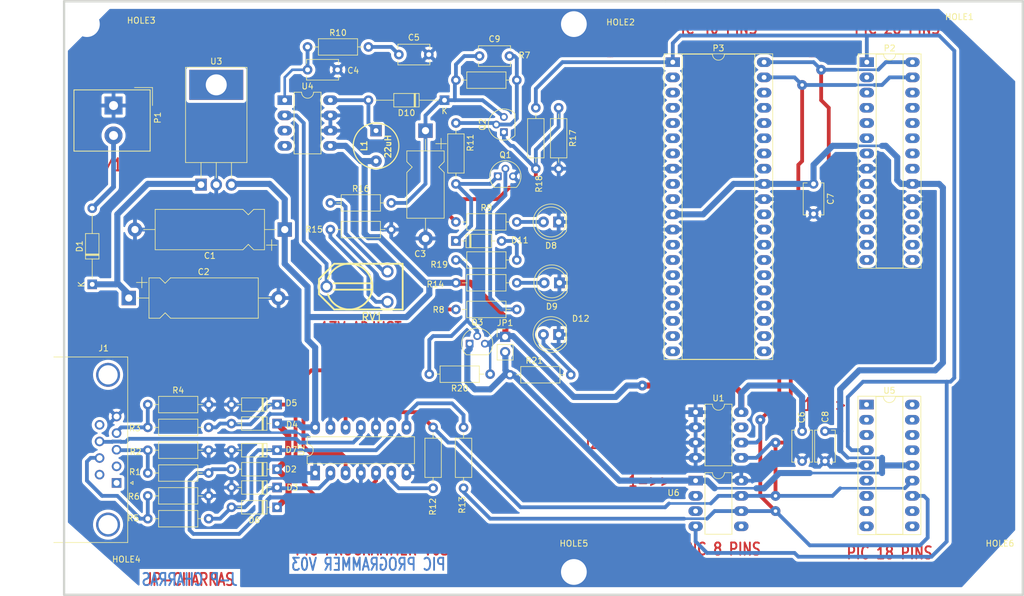
<source format=kicad_pcb>
(kicad_pcb (version 20240108) (generator "pcbnew") (generator_version "8.0")
  (title_block (title "SERIAL PIC PROGRAMMER"))
  (layers (0 "F.Cu" signal "top_copper") (31 "B.Cu" signal "bottom_copper") (34 "B.Paste" user) (35 "F.Paste" user) (36 "B.SilkS" user "B.Silkscreen") (37 "F.SilkS" user "F.Silkscreen") (38 "B.Mask" user) (39 "F.Mask" user) (44 "Edge.Cuts" user))
  (net 0 "")
  (net 1 "Net-(D1-K)")
  (net 2 "Net-(U4-Vc)")
  (net 3 "GND")
  (net 4 "VCC")
  (net 5 "VPP")
  (net 6 "VCC_PIC")
  (net 7 "Net-(Q2-B)")
  (net 8 "/pic_programmer/PC-CLOCK-OUT")
  (net 9 "VPP-MCLR")
  (net 10 "CLOCK-RB6")
  (net 11 "DATA-RB7")
  (net 12 "Net-(D1-A)")
  (net 13 "Net-(D2-A)")
  (net 14 "Net-(C5-Pad1)")
  (net 15 "Net-(D4-A)")
  (net 16 "Net-(D6-A)")
  (net 17 "Net-(D8-A)")
  (net 18 "Net-(D9-A)")
  (net 19 "Net-(D10-A)")
  (net 20 "Net-(D11-K)")
  (net 21 "Net-(D11-A)")
  (net 22 "Net-(D12-A)")
  (net 25 "Net-(R8-Pad1)")
  (net 26 "Net-(R12-Pad1)")
  (net 27 "Net-(R13-Pad1)")
  (net 28 "Net-(R15-Pad1)")
  (net 29 "Net-(R16-Pad1)")
  (net 30 "Net-(Q1-B)")
  (net 31 "Net-(Q2-C)")
  (net 32 "/pic_programmer/VPP_ON")
  (net 33 "/pic_programmer/PC-DATA-OUT")
  (net 34 "/pic_programmer/PC-DATA-IN")
  (net 37 "Net-(Q3-B)")
  (net 38 "Net-(U4-FB+)")
  (footprint "Package_DIP:DIP-40_W15.24mm_Socket_LongPads" (layer "F.Cu") (at 175.26 50.8)
    (property "Reference" "P3")
    (property "Value" "SUPP40")
  )
  (footprint "pic_programmer_fp:MountingHole_4.3mm_M4_DIN965" (layer "F.Cu") (at 229.87 44.45)
    (property "Reference" "HOLE1")
    (property "Value" "P***")
  )
  (footprint "pic_programmer_fp:MountingHole_4.3mm_M4_DIN965" (layer "F.Cu") (at 229.87 135.89)
    (property "Reference" "HOLE6")
    (property "Value" "P***")
  )
  (footprint "pic_programmer_fp:MountingHole_4.3mm_M4_DIN965" (layer "F.Cu") (at 77.47 44.45)
    (property "Reference" "HOLE3")
    (property "Value" "P***")
  )
  (footprint "pic_programmer_fp:MountingHole_4.3mm_M4_DIN965" (layer "F.Cu") (at 77.47 135.89)
    (property "Reference" "HOLE4")
    (property "Value" "P***")
  )
  (footprint "pic_programmer_fp:MountingHole_4.3mm_M4_DIN965" (layer "F.Cu") (at 158.75 135.89)
    (property "Reference" "HOLE5")
    (property "Value" "P***")
  )
  (footprint "pic_programmer_fp:MountingHole_4.3mm_M4_DIN965" (layer "F.Cu") (at 158.75 44.45)
    (property "Reference" "HOLE2")
    (property "Value" "P***")
  )
  (footprint "Package_DIP:DIP-28_W7.62mm_Socket_LongPads" (layer "F.Cu") (at 207.645 50.8)
    (property "Reference" "P2")
    (property "Value" "SUPP28")
  )
  (footprint "Capacitor_THT:CP_Axial_L18.0mm_D6.5mm_P25.00mm_Horizontal" (layer "F.Cu") (at 110.49 78.74 180)
    (property "Reference" "C1")
    (property "Value" "100uF")
  )
  (footprint "Capacitor_THT:CP_Axial_L18.0mm_D6.5mm_P25.00mm_Horizontal" (layer "F.Cu") (at 84.455 90.17)
    (property "Reference" "C2")
    (property "Value" "220uF")
  )
  (footprint "Capacitor_THT:CP_Axial_L11.0mm_D6.0mm_P18.00mm_Horizontal" (layer "F.Cu") (at 133.985 62.23 -90)
    (property "Reference" "C3")
    (property "Value" "22uF/25V")
  )
  (footprint "Capacitor_THT:C_Disc_D5.1mm_W3.2mm_P5.00mm" (layer "F.Cu") (at 114.3 52.07)
    (property "Reference" "C4")
    (property "Value" "0")
  )
  (footprint "Capacitor_THT:C_Disc_D5.1mm_W3.2mm_P5.00mm" (layer "F.Cu") (at 129.54 49.53)
    (property "Reference" "C5")
    (property "Value" "10nF")
  )
  (footprint "Capacitor_THT:C_Disc_D5.1mm_W3.2mm_P5.00mm" (layer "F.Cu") (at 196.85 112.395 -90)
    (property "Reference" "C6")
    (property "Value" "100nF")
  )
  (footprint "Capacitor_THT:C_Disc_D5.1mm_W3.2mm_P5.00mm" (layer "F.Cu") (at 198.755 71.12 -90)
    (property "Reference" "C7")
    (property "Value" "100nF")
  )
  (footprint "Capacitor_THT:C_Disc_D5.1mm_W3.2mm_P5.00mm" (layer "F.Cu") (at 200.66 112.395 -90)
    (property "Reference" "C8")
    (property "Value" "100nF")
  )
  (footprint "Capacitor_THT:C_Disc_D5.1mm_W3.2mm_P5.00mm" (layer "F.Cu") (at 143.002 49.784)
    (property "Reference" "C9")
    (property "Value" "22OnF")
  )
  (footprint "Diode_THT:D_DO-35_SOD27_P12.70mm_Horizontal" (layer "F.Cu") (at 78.359 87.884 90)
    (property "Reference" "D1")
    (property "Value" "1N4004")
  )
  (footprint "pic_programmer_fp:D_DO-35_SOD27_P7.62mm_Horizontal" (layer "F.Cu") (at 109.22 118.745 180)
    (property "Reference" "D2")
    (property "Value" "BAT43")
  )
  (footprint "pic_programmer_fp:D_DO-35_SOD27_P7.62mm_Horizontal" (layer "F.Cu") (at 109.22 121.793 180)
    (property "Reference" "D3")
    (property "Value" "BAT43")
  )
  (footprint "pic_programmer_fp:D_DO-35_SOD27_P7.62mm_Horizontal" (layer "F.Cu") (at 109.22 111.125 180)
    (property "Reference" "D4")
    (property "Value" "BAT43")
  )
  (footprint "pic_programmer_fp:D_DO-35_SOD27_P7.62mm_Horizontal" (layer "F.Cu") (at 109.22 107.95 180)
    (property "Reference" "D5")
    (property "Value" "BAT43")
  )
  (footprint "pic_programmer_fp:D_DO-35_SOD27_P7.62mm_Horizontal" (layer "F.Cu") (at 109.22 125.095 180)
    (property "Reference" "D6")
    (property "Value" "BAT43")
  )
  (footprint "pic_programmer_fp:D_DO-35_SOD27_P7.62mm_Horizontal" (layer "F.Cu") (at 109.22 115.57 180)
    (property "Reference" "D7")
    (property "Value" "BAT43")
  )
  (footprint "LED_THT:LED_D5.0mm" (layer "F.Cu") (at 156.21 77.47 180)
    (property "Reference" "D8")
    (property "Value" "RED-LED")
  )
  (footprint "LED_THT:LED_D5.0mm" (layer "F.Cu") (at 156.337 87.63 180)
    (property "Reference" "D9")
    (property "Value" "GREEN-LED")
  )
  (footprint "Diode_THT:D_DO-35_SOD27_P12.70mm_Horizontal" (layer "F.Cu") (at 137.16 57.15 180)
    (property "Reference" "D10")
    (property "Value" "SCHOTTKY")
  )
  (footprint "pic_programmer_fp:D_DO-35_SOD27_P7.62mm_Horizontal" (layer "F.Cu") (at 139.065 80.645)
    (property "Reference" "D11")
    (property "Value" "BAT43")
  )
  (footprint "LED_THT:LED_D5.0mm" (layer "F.Cu") (at 156.21 96.266 180)
    (property "Reference" "D12")
    (property "Value" "YELLOW-LED")
  )
  (footprint "Connector_Dsub:DSUB-9_Female_Horizontal_P2.77x2.84mm_EdgePinOffset7.70mm_Housed_MountingHolesOffset9.12mm" (layer "F.Cu") (at 82.423 121.031 -90)
    (property "Reference" "J1")
    (property "Value" "DB9-FEMAL")
  )
  (footprint "Connector_PinHeader_2.54mm:PinHeader_1x02_P2.54mm_Vertical" (layer "F.Cu") (at 147.275 96.65)
    (property "Reference" "JP1")
    (property "Value" "JUMPER")
  )
  (footprint "pic_programmer_fp:INDUCTOR_V" (layer "F.Cu") (at 125.73 64.77 -90)
    (property "Reference" "L1")
    (property "Value" "22uH")
  )
  (footprint "TerminalBlock_Altech:Altech_AK300_1x02_P5.00mm_45-Degree" (layer "F.Cu") (at 81.915 58.039 -90)
    (property "Reference" "P1")
    (property "Value" "CONN_2")
  )
  (footprint "pic_programmer_fp:TO-92" (layer "F.Cu") (at 146.05 69.85)
    (property "Reference" "Q1")
    (property "Value" "BC237")
  )
  (footprint "pic_programmer_fp:TO-92" (layer "F.Cu") (at 147.066 62.484 90)
    (property "Reference" "Q2")
    (property "Value" "BC307")
  )
  (footprint "pic_programmer_fp:TO-92" (layer "F.Cu") (at 141.351 97.79)
    (property "Reference" "Q3")
    (property "Value" "BC307")
  )
  (footprint "pic_programmer_fp:R_Axial_DIN0207_L6.3mm_D2.5mm_P10.16mm_Horizontal" (layer "F.Cu") (at 87.63 115.57)
    (property "Reference" "R2")
    (property "Value" "10K")
  )
  (footprint "pic_programmer_fp:R_Axial_DIN0207_L6.3mm_D2.5mm_P10.16mm_Horizontal" (layer "F.Cu") (at 87.63 111.76)
    (property "Reference" "R3")
    (property "Value" "10K")
  )
  (footprint "pic_programmer_fp:R_Axial_DIN0207_L6.3mm_D2.5mm_P10.16mm_Horizontal" (layer "F.Cu") (at 87.63 107.95)
    (property "Reference" "R4")
    (property "Value" "10K")
  )
  (footprint "pic_programmer_fp:R_Axial_DIN0207_L6.3mm_D2.5mm_P10.16mm_Horizontal" (layer "F.Cu") (at 87.63 127)
    (property "Reference" "R5")
    (property "Value" "10K")
  )
  (footprint "pic_programmer_fp:R_Axial_DIN0207_L6.3mm_D2.5mm_P10.16mm_Horizontal" (layer "F.Cu") (at 87.63 123.19)
    (property "Reference" "R6")
    (property "Value" "10K")
  )
  (footprint "pic_programmer_fp:R_Axial_DIN0207_L6.3mm_D2.5mm_P10.16mm_Horizontal" (layer "F.Cu") (at 139.065 53.7972)
    (property "Reference" "R7")
    (property "Value" "10K")
  )
  (footprint "pic_programmer_fp:R_Axial_DIN0207_L6.3mm_D2.5mm_P10.16mm_Horizontal" (layer "F.Cu") (at 139.065 92.075)
    (property "Reference" "R8")
    (property "Value" "1K")
  )
  (footprint "pic_programmer_fp:R_Axial_DIN0207_L6.3mm_D2.5mm_P10.16mm_Horizontal" (layer "F.Cu") (at 139.065 77.47)
    (property "Reference" "R9")
    (property "Value" "2.2K")
  )
  (footprint "pic_programmer_fp:R_Axial_DIN0207_L6.3mm_D2.5mm_P10.16mm_Horizontal" (layer "F.Cu") (at 114.3 48.26)
    (property "Reference" "R10")
    (property "Value" "5.1K")
  )
  (footprint "pic_programmer_fp:R_Axial_DIN0207_L6.3mm_D2.5mm_P10.16mm_Horizontal" (layer "F.Cu") (at 139.065 71.12 90)
    (property "Reference" "R11")
    (property "Value" "22K")
  )
  (footprint "pic_programmer_fp:R_Axial_DIN0207_L6.3mm_D2.5mm_P10.16mm_Horizontal" (layer "F.Cu") (at 135.255 121.92 90)
    (property "Reference" "R12")
    (property "Value" "470")
  )
  (footprint "pic_programmer_fp:R_Axial_DIN0207_L6.3mm_D2.5mm_P10.16mm_Horizontal" (layer "F.Cu") (at 140.335 111.76 -90)
    (property "Reference" "R13")
    (property "Value" "470")
  )
  (footprint "pic_programmer_fp:R_Axial_DIN0207_L6.3mm_D2.5mm_P10.16mm_Horizontal" (layer "F.Cu") (at 139.065 87.63)
    (property "Reference" "R14")
    (property "Value" "470")
  )
  (footprint "pic_programmer_fp:R_Axial_DIN0207_L6.3mm_D2.5mm_P10.16mm_Horizontal" (layer "F.Cu") (at 118.11 78.74)
    (property "Reference" "R15")
    (property "Value" "6.2K")
  )
  (footprint "pic_programmer_fp:R_Axial_DIN0207_L6.3mm_D2.5mm_P10.16mm_Horizontal" (layer "F.Cu") (at 156.21 58.42 -90)
    (property "Reference" "R17")
    (property "Value" "22K")
  )
  (footprint "pic_programmer_fp:R_Axial_DIN0207_L6.3mm_D2.5mm_P10.16mm_Horizontal" (layer "F.Cu") (at 152.4 68.58 90)
    (property "Reference" "R18")
    (property "Value" "220")
  )
  (footprint "pic_programmer_fp:R_Axial_DIN0207_L6.3mm_D2.5mm_P10.16mm_Horizontal" (layer "F.Cu") (at 149.225 83.82 180)
    (property "Reference" "R19")
    (property "Value" "2.2K")
  )
  (footprint "pic_programmer_fp:R_Axial_DIN0207_L6.3mm_D2.5mm_P10.16mm_Horizontal" (layer "F.Cu") (at 148.075 102.975)
    (property "Reference" "R21")
    (property "Value" "470")
  )
  (footprint "pic_programmer_fp:RV2X4" (layer "F.Cu") (at 127.635 90.805 180)
    (property "Reference" "RV1")
    (property "Value" "1K")
  )
  (footprint "Package_DIP:DIP-8_W7.62mm_LongPads" (layer "F.Cu") (at 179.07 109.22)
    (property "Reference" "U1")
    (property "Value" "24Cxx")
  )
  (footprint "Package_DIP:DIP-14_W7.62mm_LongPads" (layer "F.Cu") (at 115.57 119.38 90)
    (property "Reference" "U2")
    (property "Value" "74HC125")
  )
  (footprint "pic_programmer_fp:TO-220-3_Horizontal_TabDown" (layer "F.Cu") (at 96.52 71.247)
    (property "Reference" "U3")
    (property "Value" "7805")
  )
  (footprint "Package_DIP:DIP-8_W7.62mm_LongPads" (layer "F.Cu") (at 110.49 57.15)
    (property "Reference" "U4")
    (property "Value" "LT1373")
  )
  (footprint "Package_DIP:DIP-18_W7.62mm_Socket_LongPads" (layer "F.Cu") (at 207.6 107.95)
    (property "Reference" "U5")
    (property "Value" "PIC_18_PINS")
  )
  (footprint "Package_DIP:DIP-8_W7.62mm_LongPads" (layer "F.Cu") (at 179.07 120.65)
    (property "Reference" "U6")
    (property "Value" "PIC_8_PINS")
  )
  (footprint "pic_programmer_fp:R_Axial_DIN0207_L6.3mm_D2.5mm_P10.16mm_Horizontal" (layer "F.Cu") (at 87.63 119.38)
    (property "Reference" "R1")
    (property "Value" "10K")
  )
  (footprint "pic_programmer_fp:R_Axial_DIN0207_L6.3mm_D2.5mm_P10.16mm_Horizontal" (layer "F.Cu") (at 144.775 102.875 180)
    (property "Reference" "R20")
    (property "Value" "2.2K")
  )
  (footprint "pic_programmer_fp:R_Axial_DIN0207_L6.3mm_D2.5mm_P10.16mm_Horizontal" (layer "F.Cu") (at 118.11 74.295)
    (property "Reference" "R16")
    (property "Value" "62K")
  )
  (gr_line (start 173.99 40.64) (end 233.68 40.64) (stroke (width 0.381)) (layer "Edge.Cuts"))
  (gr_line (start 233.68 139.7) (end 73.66 139.7) (stroke (width 0.381)) (layer "Edge.Cuts"))
  (gr_line (start 73.66 40.64) (end 173.99 40.64) (stroke (width 0.381)) (layer "Edge.Cuts"))
  (gr_line (start 73.66 139.7) (end 73.66 40.64) (stroke (width 0.381)) (layer "Edge.Cuts"))
  (gr_line (start 233.68 40.64) (end 233.68 139.7) (stroke (width 0.381)) (layer "Edge.Cuts"))
  (gr_text "PIC 28 PINS" (at 212.725 45.085 0) (layer "F.Cu") (effects (font (size 2.032 1.524) (thickness 0.3048))))
  (gr_text "PIC 8 PINS" (at 183.515 132.08 0) (layer "F.Cu") (effects (font (size 2.032 1.524) (thickness 0.3048))))
  (gr_text "VCC ON" (at 163.322 96.901 0) (layer "F.Cu") (effects (font (size 2.032 1.524) (thickness 0.3048))))
  (gr_text "PIC PROGRAMMER V03" (at 125.095 132.08 0) (layer "F.Cu") (effects (font (size 2.032 1.524) (thickness 0.3048))))
  (gr_text "1=>>" (at 167.64 48.895 0) (layer "F.Cu") (effects (font (size 2.032 1.524) (thickness 0.3048))))
  (gr_text "PIC 40 PINS" (at 182.245 45.085 0) (layer "F.Cu") (effects (font (size 2.032 1.524) (thickness 0.3048))))
  (gr_text "1=>>" (at 171.45 109.22 0) (layer "F.Cu") (effects (font (size 2.032 1.524) (thickness 0.3048))))
  (gr_text "VPP ON" (at 163.449 76.835 0) (layer "F.Cu") (effects (font (size 2.032 1.524) (thickness 0.3048))))
  (gr_text "1=>>" (at 201.295 48.895 0) (layer "F.Cu") (effects (font (size 2.032 1.524) (thickness 0.3048))))
  (gr_text "JP-CHARRAS" (at 94.615 137.16 0) (layer "F.Cu") (effects (font (size 2.032 1.524) (thickness 0.3048))))
  (gr_text "I2C PROM" (at 166.37 114.3 0) (layer "F.Cu") (effects (font (size 2.032 1.524) (thickness 0.3048))))
  (gr_text "+8/12V" (at 81.534 67.945 0) (layer "F.Cu") (effects (font (size 2.032 1.524) (thickness 0.3048))))
  (gr_text "PIC 18 PINS" (at 211.455 132.715 0) (layer "F.Cu") (effects (font (size 2.032 1.524) (thickness 0.3048))))
  (gr_text "PWR ON" (at 163.449 88.011 0) (layer "F.Cu") (effects (font (size 2.032 1.524) (thickness 0.3048))))
  (gr_text "13V ADJUST" (at 123.19 95.25 0) (layer "F.Cu") (effects (font (size 2.032 1.524) (thickness 0.3048))))
  (gr_text "1=>>" (at 171.45 120.65 0) (layer "F.Cu") (effects (font (size 2.032 1.524) (thickness 0.3048))))
  (gr_text "1=>>" (at 200.66 107.95 0) (layer "F.Cu") (effects (font (size 2.032 1.524) (thickness 0.3048))))
  (gr_text "PIC PROGRAMMER V03" (at 124.46 134.62 0) (layer "B.Cu") (effects (font (size 2.032 1.524) (thickness 0.3048)) (justify mirror)))
  (gr_text "J-P CHARRAS" (at 94.615 137.16 0) (layer "B.Cu") (effects (font (size 2.032 1.524) (thickness 0.3048)) (justify mirror)))
  (segment (start 82.55 76.2) (end 87.63 71.12) (width 1.016) (layer "B.Cu") (net 1))
  (segment (start 82.296 87.884) (end 78.359 87.884) (width 1.016) (layer "B.Cu") (net 1))
  (segment (start 82.55 87.63) (end 82.55 76.2) (width 1.016) (layer "B.Cu") (net 1))
  (segment (start 84.455 89.535) (end 82.55 87.63) (width 1.016) (layer "B.Cu") (net 1))
  (segment (start 87.63 71.12) (end 96.52 71.12) (width 1.016) (layer "B.Cu") (net 1))
  (segment (start 82.55 87.63) (end 82.296 87.884) (width 1.016) (layer "B.Cu") (net 1))
  (segment (start 84.455 90.17) (end 84.455 89.535) (width 1.016) (layer "B.Cu") (net 1))
  (segment (start 114.3 48.26) (end 114.3 52.07) (width 0.635) (layer "B.Cu") (net 2))
  (segment (start 110.49 57.15) (end 110.49 53.34) (width 0.4318) (layer "B.Cu") (net 2))
  (segment (start 111.76 52.07) (end 114.3 52.07) (width 0.4318) (layer "B.Cu") (net 2))
  (segment (start 110.49 53.34) (end 111.76 52.07) (width 0.4318) (layer "B.Cu") (net 2))
  (segment (start 111.0742 116.8908) (end 109.22 118.745) (width 1.016) (layer "F.Cu") (net 4))
  (segment (start 139.065 87.63) (end 141.478 87.63) (width 1.016) (layer "F.Cu") (net 4))
  (segment (start 141.478 87.63) (end 147.32 93.472) (width 1.016) (layer "F.Cu") (net 4))
  (segment (start 111.125 120.65) (end 111.125 123.19) (width 1.016) (layer "F.Cu") (net 4))
  (segment (start 185.42 104.775) (end 186.69 106.045) (width 1.016) (layer "F.Cu") (net 4))
  (segment (start 147.32 93.472) (end 147.32 96.52) (width 1.016) (layer "F.Cu") (net 4))
  (segment (start 111.0742 113.0808) (end 111.0742 116.8908) (width 1.016) (layer "F.Cu") (net 4))
  (segment (start 110.49 112.395) (end 110.49 112.4966) (width 1.016) (layer "F.Cu") (net 4))
  (segment (start 110.49 112.4966) (end 111.0742 113.0808) (width 1.016) (layer "F.Cu") (net 4))
  (segment (start 109.22 118.745) (end 111.125 120.65) (width 1.016) (layer "F.Cu") (net 4))
  (segment (start 186.69 106.045) (end 186.69 109.22) (width 1.016) (layer "F.Cu") (net 4))
  (segment (start 111.125 123.19) (end 109.855 124.46) (width 1.016) (layer "F.Cu") (net 4))
  (segment (start 170.18 104.775) (end 185.42 104.775) (width 1.016) (layer "F.Cu") (net 4))
  (segment (start 109.22 111.125) (end 110.49 112.395) (width 1.016) (layer "F.Cu") (net 4))
  (via (at 170.18 104.775) (size 1.651) (drill 0.6) (layers "F.Cu" "B.Cu") (net 4))
  (segment (start 123.19 67.31) (end 120.65 64.77) (width 1.016) (layer "B.Cu") (net 4))
  (segment (start 101.6 71.12) (end 107.95 71.12) (width 1.016) (layer "B.Cu") (net 4))
  (segment (start 134.62 89.535) (end 134.62 87.63) (width 1.016) (layer "B.Cu") (net 4))
  (segment (start 123.825 67.31) (end 123.19 67.31) (width 1.016) (layer "B.Cu") (net 4))
  (segment (start 147.32 96.52) (end 146.05 96.52) (width 1.016) (layer "B.Cu") (net 4))
  (segment (start 158.75 106.68) (end 165.735 106.68) (width 1.016) (layer "B.Cu") (net 4))
  (segment (start 126.365 80.01) (end 124.46 80.01) (width 1.016) (layer "B.Cu") (net 4))
  (segment (start 118.11 64.77) (end 120.65 64.77) (width 1.016) (layer "B.Cu") (net 4))
  (segment (start 114.3 93.345) (end 114.3 97.155) (width 1.016) (layer "B.Cu") (net 4))
  (segment (start 114.3 93.345) (end 130.81 93.345) (width 1.016) (layer "B.Cu") (net 4))
  (segment (start 114.3 97.155) (end 115.57 98.425) (width 1.016) (layer "B.Cu") (net 4))
  (segment (start 186.69 106.045) (end 187.96 104.775) (width 1.016) (layer "B.Cu") (net 4))
  (segment (start 115.57 98.425) (end 115.57 111.76) (width 1.016) (layer "B.Cu") (net 4))
  (segment (start 130.81 93.345) (end 134.62 89.535) (width 1.016) (layer "B.Cu") (net 4))
  (segment (start 165.735 106.68) (end 167.64 104.775) (width 1.016) (layer "B.Cu") (net 4))
  (segment (start 148.59 96.52) (end 158.75 106.68) (width 1.016) (layer "B.Cu") (net 4))
  (segment (start 124.46 80.01) (end 123.825 79.375) (width 1.016) (layer "B.Cu") (net 4))
  (segment (start 113.3856 111.76) (end 115.57 111.76) (width 1.016) (layer "B.Cu") (net 4))
  (segment (start 196.85 112.395) (end 196.85 106.68) (width 1.016) (layer "B.Cu") (net 4))
  (segment (start 134.62 87.63) (end 133.985 87.63) (width 1.016) (layer "B.Cu") (net 4))
  (segment (start 146.05 96.52) (end 144.78 97.79) (width 1.016) (layer "B.Cu") (net 4))
  (segment (start 144.78 97.79) (end 143.891 97.79) (width 1.016) (layer "B.Cu") (net 4))
  (segment (start 109.22 111.125) (end 112.7506 111.125) (width 1.016) (layer "B.Cu") (net 4))
  (segment (start 125.73 67.31) (end 123.825 67.31) (width 1.016) (layer "B.Cu") (net 4))
  (segment (start 167.64 104.775) (end 170.18 104.775) (width 1.016) (layer "B.Cu") (net 4))
  (segment (start 144.775 102.875) (end 144.78 102.87) (width 0.4) (layer "B.Cu") (net 4))
  (segment (start 139.065 87.63) (end 134.62 87.63) (width 1.016) (layer "B.Cu") (net 4))
  (segment (start 114.3 88.265) (end 114.3 93.345) (width 1.016) (layer "B.Cu") (net 4))
  (segment (start 110.49 73.66) (end 107.95 71.12) (width 1.016) (layer "B.Cu") (net 4))
  (segment (start 196.85 106.68) (end 194.945 104.775) (width 1.016) (layer "B.Cu") (net 4))
  (segment (start 144.78 102.87) (end 144.78 97.79) (width 0.4) (layer "B.Cu") (net 4))
  (segment (start 147.32 96.52) (end 148.59 96.52) (width 1.016) (layer "B.Cu") (net 4))
  (segment (start 186.69 109.22) (end 186.69 106.045) (width 1.016) (layer "B.Cu") (net 4))
  (segment (start 112.7506 111.125) (end 113.3856 111.76) (width 1.016) (layer "B.Cu") (net 4))
  (segment (start 133.985 87.63) (end 126.365 80.01) (width 1.016) (layer "B.Cu") (net 4))
  (segment (start 187.96 104.775) (end 194.945 104.775) (width 1.016) (layer "B.Cu") (net 4))
  (segment (start 123.825 79.375) (end 123.825 67.31) (width 1.016) (layer "B.Cu") (net 4))
  (segment (start 110.49 78.74) (end 110.49 73.66) (width 1.016) (layer "B.Cu") (net 4))
  (segment (start 110.49 84.455) (end 114.3 88.265) (width 1.016) (layer "B.Cu") (net 4))
  (segment (start 110.49 78.74) (end 110.49 84.455) (width 1.016) (layer "B.Cu") (net 4))
  (segment (start 138.8872 53.975) (end 139.065 53.7972) (width 0.635) (layer "B.Cu") (net 5))
  (segment (start 138.8872 57.15) (end 138.8872 53.975) (width 0.635) (layer "B.Cu") (net 5))
  (segment (start 137.16 57.15) (end 138.8872 57.15) (width 0.635) (layer "B.Cu") (net 5))
  (segment (start 130.81 74.295) (end 128.27 74.295) (width 0.635) (layer "B.Cu") (net 5))
  (segment (start 133.985 62.23) (end 133.985 71.12) (width 0.635) (layer "B.Cu") (net 5))
  (segment (start 138.8872 57.15) (end 143.51 57.15) (width 0.635) (layer "B.Cu") (net 5))
  (segment (start 133.985 62.23) (end 133.985 59.69) (width 0.635) (layer "B.Cu") (net 5))
  (segment (start 136.525 57.15) (end 137.16 57.15) (width 0.635) (layer "B.Cu") (net 5))
  (segment (start 133.985 71.12) (end 130.81 74.295) (width 0.635) (layer "B.Cu") (net 5))
  (segment (start 139.065 51.181) (end 140.462 49.784) (width 0.635) (layer "B.Cu") (net 5))
  (segment (start 139.065 53.7972) (end 139.065 51.181) (width 0.635) (layer "B.Cu") (net 5))
  (segment (start 143.51 57.15) (end 147.066 59.944) (width 0.635) (layer "B.Cu") (net 5))
  (segment (start 136.525 57.15) (end 133.985 59.69) (width 0.635) (layer "B.Cu") (net 5))
  (segment (start 140.462 49.784) (end 143.002 49.784) (width 0.635) (layer "B.Cu") (net 5))
  (segment (start 190.5 121.92) (end 193.04 119.38) (width 1.016) (layer "B.Cu") (net 6))
  (segment (start 204.47 116.84) (end 210.185 116.84) (width 0.4318) (layer "B.Cu") (net 6))
  (segment (start 179.07 120.65) (end 166.37 120.65) (width 1.016) (layer "B.Cu") (net 6))
  (segment (start 219.075 102.235) (end 220.345 100.965) (width 1.016) (layer "B.Cu") (net 6))
  (segment (start 147.32 102.22) (end 148.075 102.975) (width 1.016) (layer "B.Cu") (net 6))
  (segment (start 175.26 76.2) (end 180.34 76.2) (width 1.016) (layer "B.Cu") (net 6))
  (segment (start 140.97 104.14) (end 140.97 99.06) (width 1.016) (layer "B.Cu") (net 6))
  (segment (start 148.075 102.975) (end 147.215 102.975) (width 1.016) (layer "B.Cu") (net 6))
  (segment (start 166.37 120.65) (end 148.695 102.975) (width 1.016) (layer "B.Cu") (net 6))
  (segment (start 185.42 71.12) (end 190.5 71.12) (width 1.016) (layer "B.Cu") (net 6))
  (segment (start 210.185 119.38) (end 210.185 118.11) (width 1.016) (layer "B.Cu") (net 6))
  (segment (start 198.12 119.38) (end 210.185 119.38) (width 0.4318) (layer "B.Cu") (net 6))
  (segment (start 203.2 105.41) (end 203.2 112.395) (width 1.016) (layer "B.Cu") (net 6))
  (segment (start 140.97 99.06) (end 141.351 98.679) (width 1.016) (layer "B.Cu") (net 6))
  (segment (start 201.93 64.77) (end 205.74 64.77) (width 1.016) (layer "B.Cu") (net 6))
  (segment (start 179.07 120.65) (end 180.975 120.65) (width 1.016) (layer "B.Cu") (net 6))
  (segment (start 220.345 100.965) (end 220.345 71.755) (width 1.016) (layer "B.Cu") (net 6))
  (segment (start 212.725 70.485) (end 213.36 71.12) (width 1.016) (layer "B.Cu") (net 6))
  (segment (start 213.36 71.12) (end 215.265 71.12) (width 1.016) (layer "B.Cu") (net 6))
  (segment (start 189.23 121.92) (end 190.5 121.92) (width 1.016) (layer "B.Cu") (net 6))
  (segment (start 219.71 71.12) (end 215.265 71.12) (width 1.016) (layer "B.Cu") (net 6))
  (segment (start 203.2 112.395) (end 203.2 115.57) (width 1.016) (layer "B.Cu") (net 6))
  (segment (start 203.2 105.41) (end 206.375 102.235) (width 1.016) (layer "B.Cu") (net 6))
  (segment (start 142.24 105.41) (end 140.97 104.14) (width 1.016) (layer "B.Cu") (net 6))
  (segment (start 210.185 118.11) (end 210.185 116.84) (width 1.016) (layer "B.Cu") (net 6))
  (segment (start 141.351 98.679) (end 141.351 97.79) (width 1.016) (layer "B.Cu") (net 6))
  (segment (start 147.32 99.06) (end 147.32 102.22) (width 1.016) (layer "B.Cu") (net 6))
  (segment (start 200.66 112.395) (end 203.2 112.395) (width 1.016) (layer "B.Cu") (net 6))
  (segment (start 210.185 64.77) (end 210.82 64.77) (width 1.016) (layer "B.Cu") (net 6))
  (segment (start 210.82 64.77) (end 212.725 66.675) (width 1.016) (layer "B.Cu") (net 6))
  (segment (start 190.5 71.12) (end 198.755 71.12) (width 1.016) (layer "B.Cu") (net 6))
  (segment (start 198.755 71.12) (end 198.755 67.945) (width 1.016) (layer "B.Cu") (net 6))
  (segment (start 206.375 102.235) (end 219.075 102.235) (width 1.016) (layer "B.Cu") (net 6))
  (segment (start 198.755 67.945) (end 201.93 64.77) (width 1.016) (layer "B.Cu") (net 6))
  (segment (start 144.78 105.41) (end 142.24 105.41) (width 1.016) (layer "B.Cu") (net 6))
  (segment (start 147.215 102.975) (end 144.78 105.41) (width 1.016) (layer "B.Cu") (net 6))
  (segment (start 205.74 64.77) (end 210.185 64.77) (width 0.4318) (layer "B.Cu") (net 6))
  (segment (start 182.245 121.92) (end 189.23 121.92) (width 0.4318) (layer "B.Cu") (net 6))
  (segment (start 193.04 119.38) (end 198.12 119.38) (width 1.016) (layer "B.Cu") (net 6))
  (segment (start 203.2 115.57) (end 204.47 116.84) (width 0.635) (layer "B.Cu") (net 6))
  (segment (start 212.725 66.675) (end 212.725 70.485) (width 1.016) (layer "B.Cu") (net 6))
  (segment (start 220.345 71.755) (end 219.71 71.12) (width 1.016) (layer "B.Cu") (net 6))
  (segment (start 148.695 102.975) (end 148.075 102.975) (width 1.016) (layer "B.Cu") (net 6))
  (segment (start 210.185 118.11) (end 215.265 118.11) (width 1.016) (layer "B.Cu") (net 6))
  (segment (start 180.975 120.65) (end 182.245 121.92) (width 1.016) (layer "B.Cu") (net 6))
  (segment (start 180.34 76.2) (end 185.42 71.12) (width 1.016) (layer "B.Cu") (net 6))
  (segment (start 145.542 60.96) (end 145.796 61.214) (width 0.635) (layer "B.Cu") (net 7))
  (segment (start 149.225 60.198) (end 148.209 61.214) (width 0.635) (layer "B.Cu") (net 7))
  (segment (start 149.225 50.165) (end 149.225 60.198) (width 0.635) (layer "B.Cu") (net 7))
  (segment (start 139.065 60.96) (end 145.542 60.96) (width 0.635) (layer "B.Cu") (net 7))
  (segment (start 148.082 49.784) (end 148.844 49.784) (width 0.635) (layer "B.Cu") (net 7))
  (segment (start 148.209 61.214) (end 145.796 61.214) (width 0.635) (layer "B.Cu") (net 7))
  (segment (start 148.844 49.784) (end 149.225 50.165) (width 0.635) (layer "B.Cu") (net 7))
  (segment (start 82.55 123.19) (end 80.01 123.19) (width 0.635) (layer "B.Cu") (net 8))
  (segment (start 80.01 123.19) (end 77.47 120.65) (width 0.635) (layer "B.Cu") (net 8))
  (segment (start 77.47 117.475) (end 78.105 116.84) (width 0.635) (layer "B.Cu") (net 8))
  (segment (start 87.63 127) (end 87.63 123.19) (width 0.635) (layer "B.Cu") (net 8))
  (segment (start 78.105 116.84) (end 80.01 116.84) (width 0.635) (layer "B.Cu") (net 8))
  (segment (start 77.47 120.65) (end 77.47 117.475) (width 0.635) (layer "B.Cu") (net 8))
  (segment (start 87.63 127) (end 86.36 127) (width 0.635) (layer "B.Cu") (net 8))
  (segment (start 86.36 127) (end 82.55 123.19) (width 0.635) (layer "B.Cu") (net 8))
  (segment (start 218.44 133.35) (end 220.98 130.81) (width 0.635) (layer "B.Cu") (net 9))
  (segment (start 207.645 46.355) (end 176.53 46.355) (width 0.635) (layer "B.Cu") (net 9))
  (segment (start 222.25 48.895) (end 219.71 46.355) (width 0.635) (layer "B.Cu") (net 9))
  (segment (start 221.615 104.14) (end 220.98 104.14) (width 0.635) (layer "B.Cu") (net 9))
  (segment (start 207.645 50.8) (end 207.645 46.355) (width 0.635) (layer "B.Cu") (net 9))
  (segment (start 205.105 115.57) (end 204.47 114.935) (width 0.635) (layer "B.Cu") (net 9))
  (segment (start 207.645 115.57) (end 205.105 115.57) (width 0.635) (layer "B.Cu") (net 9))
  (segment (start 156.845 50.8) (end 152.4 55.245) (width 0.635) (layer "B.Cu") (net 9))
  (segment (start 179.07 130.81) (end 179.07 128.27) (width 0.635) (layer "B.Cu") (net 9))
  (segment (start 221.615 104.14) (end 222.25 103.505) (width 0.635) (layer "B.Cu") (net 9))
  (segment (start 222.25 48.895) (end 222.25 103.505) (width 0.635) (layer "B.Cu") (net 9))
  (segment (start 175.26 47.625) (end 176.53 46.355) (width 0.635) (layer "B.Cu") (net 9))
  (segment (start 175.26 50.8) (end 175.26 47.625) (width 0.635) (layer "B.Cu") (net 9))
  (segment (start 220.98 130.81) (end 220.98 104.14) (width 0.635) (layer "B.Cu") (net 9))
  (segment (start 195.58 132.715) (end 196.215 133.35) (width 0.635) (layer "B.Cu") (net 9))
  (segment (start 152.4 55.245) (end 152.4 58.42) (width 0.635) (layer "B.Cu") (net 9))
  (segment (start 179.07 130.81) (end 180.975 132.715) (width 0.635) (layer "B.Cu") (net 9))
  (segment (start 156.845 50.8) (end 175.26 50.8) (width 0.635) (layer "B.Cu") (net 9))
  (segment (start 204.47 114.935) (end 204.47 106.68) (width 0.635) (layer "B.Cu") (net 9))
  (segment (start 219.71 46.355) (end 207.645 46.355) (width 0.635) (layer "B.Cu") (net 9))
  (segment (start 204.47 106.68) (end 207.01 104.14) (width 0.635) (layer "B.Cu") (net 9))
  (segment (start 196.215 133.35) (end 218.44 133.35) (width 0.635) (layer "B.Cu") (net 9))
  (segment (start 195.58 132.715) (end 180.975 132.715) (width 0.635) (layer "B.Cu") (net 9))
  (segment (start 207.01 104.14) (end 220.98 104.14) (width 0.635) (layer "B.Cu") (net 9))
  (segment (start 196.215 67.945) (end 196.85 67.31) (width 0.635) (layer "F.Cu") (net 10))
  (segment (start 189.865 123.19) (end 192.405 125.73) (width 0.635) (layer "F.Cu") (net 10))
  (segment (start 189.865 110.49) (end 189.865 123.19) (width 0.635) (layer "F.Cu") (net 10))
  (segment (start 196.85 67.31) (end 196.85 54.61) (width 0.635) (layer "F.Cu") (net 10))
  (segment (start 193.04 107.315) (end 193.04 75.565) (width 0.635) (layer "F.Cu") (net 10))
  (segment (start 196.215 72.39) (end 196.215 67.945) (width 0.635) (layer "F.Cu") (net 10))
  (segment (start 193.04 107.315) (end 189.865 110.49) (width 0.635) (layer "F.Cu") (net 10))
  (segment (start 193.04 75.565) (end 196.215 72.39) (width 0.635) (layer "F.Cu") (net 10))
  (via (at 189.865 110.49) (size 1.651) (drill 0.6) (layers "F.Cu" "B.Cu") (net 10))
  (via (at 192.405 125.73) (size 1.651) (drill 0.6) (layers "F.Cu" "B.Cu") (net 10))
  (via (at 196.85 54.61) (size 1.651) (drill 0.6) (layers "F.Cu" "B.Cu") (net 10))
  (segment (start 190.5 53.34) (end 195.58 53.34) (width 0.635) (layer "B.Cu") (net 10))
  (segment (start 217.17 123.19) (end 215.265 123.19) (width 0.635) (layer "B.Cu") (net 10))
  (segment (start 144.78 127) (end 177.165 127) (width 0.635) (layer "B.Cu") (net 10))
  (segment (start 177.165 127) (end 180.975 127) (width 0.4318) (layer "B.Cu") (net 10))
  (segment (start 182.245 125.73) (end 180.975 127) (width 0.635) (layer "B.Cu") (net 10))
  (segment (start 216.535 131.445) (end 217.805 130.175) (width 0.635) (layer "B.Cu") (net 10))
  (segment (start 182.245 125.73) (end 186.69 125.73) (width 0.635) (layer "B.Cu") (net 10))
  (segment (start 189.865 113.665) (end 189.23 114.3) (width 0.635) (layer "B.Cu") (net 10))
  (segment (start 211.455 53.34) (end 210.185 54.61) (width 0.635) (layer "B.Cu") (net 10))
  (segment (start 198.12 131.445) (end 216.535 131.445) (width 0.635) (layer "B.Cu") (net 10))
  (segment (start 205.74 54.61) (end 208.915 54.61) (width 0.4318) (layer "B.Cu") (net 10))
  (segment (start 196.85 54.61) (end 205.74 54.61) (width 0.635) (layer "B.Cu") (net 10))
  (segment (start 217.805 130.175) (end 217.805 123.825) (width 0.635) (layer "B.Cu") (net 10))
  (segment (start 210.185 54.61) (end 208.915 54.61) (width 0.635) (layer "B.Cu") (net 10))
  (segment (start 189.23 114.3) (end 186.69 114.3) (width 0.635) (layer "B.Cu") (net 10))
  (segment (start 211.455 53.34) (end 215.265 53.34) (width 0.635) (layer "B.Cu") (net 10))
  (segment (start 189.865 110.49) (end 189.865 113.665) (width 0.635) (layer "B.Cu") (net 10))
  (segment (start 140.335 122.555) (end 144.78 127) (width 0.635) (layer "B.Cu") (net 10))
  (segment (start 192.405 125.73) (end 198.12 131.445) (width 0.635) (layer "B.Cu") (net 10))
  (segment (start 195.58 53.34) (end 196.85 54.61) (width 0.635) (layer "B.Cu") (net 10))
  (segment (start 140.335 121.92) (end 140.335 122.555) (width 0.635) (layer "B.Cu") (net 10))
  (segment (start 186.69 125.73) (end 192.405 125.73) (width 0.635) (layer "B.Cu") (net 10))
  (segment (start 217.805 123.825) (end 217.17 123.19) (width 0.635) (layer "B.Cu") (net 10))
  (segment (start 120.65 109.855) (end 121.285 109.22) (width 0.635) (layer "F.Cu") (net 11))
  (segment (start 120.65 111.76) (end 120.65 109.855) (width 0.635) (layer "F.Cu") (net 11))
  (segment (start 201.295 85.09) (end 194.945 91.44) (width 0.635) (layer "F.Cu") (net 11))
  (segment (start 121.285 109.22) (end 132.715 109.22) (width 0.635) (layer "F.Cu") (net 11))
  (segment (start 192.405 114.3) (end 192.405 123.19) (width 0.635) (layer "F.Cu") (net 11))
  (segment (start 194.31 114.3) (end 192.405 114.3) (width 0.635) (layer "F.Cu") (net 11))
  (segment (start 194.945 113.665) (end 194.31 114.3) (width 0.635) (layer "F.Cu") (net 11))
  (segment (start 200.025 57.15) (end 200.025 52.07) (width 0.635) (layer "F.Cu") (net 11))
  (segment (start 200.025 57.15) (end 201.295 58.42) (width 0.635) (layer "F.Cu") (net 11))
  (segment (start 194.945 91.44) (end 194.945 113.665) (width 0.635) (layer "F.Cu") (net 11))
  (segment (start 201.295 58.42) (end 201.295 85.09) (width 0.635) (layer "F.Cu") (net 11))
  (segment (start 132.715 109.22) (end 135.255 111.76) (width 0.635) (layer "F.Cu") (net 11))
  (via (at 192.405 114.3) (size 1.651) (drill 0.6) (layers "F.Cu" "B.Cu") (net 11))
  (via (at 192.405 123.19) (size 1.651) (drill 0.6) (layers "F.Cu" "B.Cu") (net 11))
  (via (at 200.025 52.07) (size 1.651) (drill 0.6) (layers "F.Cu" "B.Cu") (net 11))
  (segment (start 135.255 111.76) (end 137.795 114.3) (width 0.635) (layer "B.Cu") (net 11))
  (segment (start 181.61 124.46) (end 182.88 123.19) (width 0.635) (layer "B.Cu") (net 11))
  (segment (start 189.23 116.84) (end 186.69 116.84) (width 0.635) (layer "B.Cu") (net 11))
  (segment (start 182.88 123.19) (end 186.69 123.19) (width 0.635) (layer "B.Cu") (net 11))
  (segment (start 209.55 52.07) (end 210.82 50.8) (width 0.635) (layer "B.Cu") (net 11))
  (segment (start 215.265 50.8) (end 210.82 50.8) (width 0.635) (layer "B.Cu") (net 11))
  (segment (start 149.86 125.095) (end 173.99 125.095) (width 0.635) (layer "B.Cu") (net 11))
  (segment (start 198.755 50.8) (end 200.025 52.07) (width 0.635) (layer "B.Cu") (net 11))
  (segment (start 192.405 114.3) (end 191.77 114.3) (width 0.635) (layer "B.Cu") (net 11))
  (segment (start 200.025 52.07) (end 205.74 52.07) (width 0.635) (layer "B.Cu") (net 11))
  (segment (start 173.99 125.095) (end 174.625 124.46) (width 0.635) (layer "B.Cu") (net 11))
  (segment (start 201.93 123.19) (end 203.2 121.92) (width 0.635) (layer "B.Cu") (net 11))
  (segment (start 190.5 50.8) (end 198.755 50.8) (width 0.635) (layer "B.Cu") (net 11))
  (segment (start 139.065 114.3) (end 149.86 125.095) (width 0.635) (layer "B.Cu") (net 11))
  (segment (start 186.69 123.19) (end 192.405 123.19) (width 0.635) (layer "B.Cu") (net 11))
  (segment (start 203.2 121.92) (end 213.995 121.92) (width 0.4318) (layer "B.Cu") (net 11))
  (segment (start 191.77 114.3) (end 189.23 116.84) (width 0.635) (layer "B.Cu") (net 11))
  (segment (start 174.625 124.46) (end 181.61 124.46) (width 0.4318) (layer "B.Cu") (net 11))
  (segment (start 137.795 114.3) (end 139.065 114.3) (width 0.635) (layer "B.Cu") (net 11))
  (segment (start 192.405 123.19) (end 201.93 123.19) (width 0.635) (layer "B.Cu") (net 11))
  (segment (start 205.74 52.07) (end 209.55 52.07) (width 0.4318) (layer "B.Cu") (net 11))
  (segment (start 213.995 121.92) (end 215.265 120.65) (width 0.635) (layer "B.Cu") (net 11))
  (segment (start 78.359 75.184) (end 81.915 71.628) (width 0.8) (layer "B.Cu") (net 12))
  (segment (start 81.915 71.628) (end 81.915 63.039) (width 0.8) (layer "B.Cu") (net 12))
  (segment (start 109.22 121.92) (end 116.205 121.92) (width 0.635) (layer "B.Cu") (net 13))
  (segment (start 95.25 129.54) (end 102.87 129.54) (width 0.635) (layer "B.Cu") (net 13))
  (segment (start 97.79 119.38) (end 98.425 118.745) (width 0.635) (layer "B.Cu") (net 13))
  (segment (start 94.615 120.65) (end 94.615 128.905) (width 0.635) (layer "B.Cu") (net 13))
  (segment (start 94.615 128.905) (end 95.25 129.54) (width 0.635) (layer "B.Cu") (net 13))
  (segment (start 106.426 125.984) (end 106.426 123.3932) (width 0.635) (layer "B.Cu") (net 13))
  (segment (start 98.425 118.745) (end 101.6 118.745) (width 0.635) (layer "B.Cu") (net 13))
  (segment (start 118.11 120.015) (end 118.11 119.38) (width 0.635) (layer "B.Cu") (net 13))
  (segment (start 95.885 119.38) (end 94.615 120.65) (width 0.635) (layer "B.Cu") (net 13))
  (segment (start 97.79 119.38) (end 95.885 119.38) (width 0.635) (layer "B.Cu") (net 13))
  (segment (start 107.8992 121.92) (end 109.22 121.92) (width 0.635) (layer "B.Cu") (net 13))
  (segment (start 116.205 121.92) (end 118.11 120.015) (width 0.635) (layer "B.Cu") (net 13))
  (segment (start 102.87 129.54) (end 106.426 125.984) (width 0.635) (layer "B.Cu") (net 13))
  (segment (start 106.426 123.3932) (end 107.8992 121.92) (width 0.635) (layer "B.Cu") (net 13))
  (segment (start 128.27 48.26) (end 129.54 49.53) (width 0.635) (layer "B.Cu") (net 14))
  (segment (start 124.46 48.26) (end 128.27 48.26) (width 0.635) (layer "B.Cu") (net 14))
  (segment (start 112.2934 117.3734) (end 113.665 118.745) (width 0.635) (layer "F.Cu") (net 15))
  (segment (start 125.73 120.65) (end 125.73 119.38) (width 0.635) (layer "F.Cu") (net 15))
  (segment (start 109.22 107.95) (end 111.125 107.95) (width 0.635) (layer "F.Cu") (net 15))
  (segment (start 111.125 107.95) (end 112.2934 109.1184) (width 0.635) (layer "F.Cu") (net 15))
  (segment (start 123.19 123.19) (end 125.73 120.65) (width 0.635) (layer "F.Cu") (net 15))
  (segment (start 112.2934 109.1184) (end 112.2934 117.3734) (width 0.635) (layer "F.Cu") (net 15))
  (segment (start 115.57 123.19) (end 123.19 123.19) (width 0.635) (layer "F.Cu") (net 15))
  (segment (start 113.665 118.745) (end 113.665 121.285) (width 0.635) (layer "F.Cu") (net 15))
  (segment (start 113.665 121.285) (end 115.57 123.19) (width 0.635) (layer "F.Cu") (net 15))
  (segment (start 107.95 107.95) (end 109.22 107.95) (width 0.635) (layer "B.Cu") (net 15))
  (segment (start 106.807 109.093) (end 107.95 107.95) (width 0.635) (layer "B.Cu") (net 15))
  (segment (start 106.807 109.22) (end 104.775 111.252) (width 0.635) (layer "B.Cu") (net 15))
  (segment (start 106.807 109.22) (end 106.807 109.093) (width 0.635) (layer "B.Cu") (net 15))
  (segment (start 104.775 111.252) (end 101.727 111.252) (width 0.635) (layer "B.Cu") (net 15))
  (segment (start 99.695 111.125) (end 101.6 111.125) (width 0.635) (layer "B.Cu") (net 15))
  (segment (start 97.79 111.76) (end 99.06 111.76) (width 0.635) (layer "B.Cu") (net 15))
  (segment (start 101.727 111.252) (end 101.6 111.125) (width 0.635) (layer "B.Cu") (net 15))
  (segment (start 99.06 111.76) (end 99.695 111.125) (width 0.635) (layer "B.Cu") (net 15))
  (segment (start 109.22 115.57) (end 125.73 115.57) (width 0.635) (layer "B.Cu") (net 16))
  (segment (start 103.8098 125.095) (end 101.6 125.095) (width 0.635) (layer "B.Cu") (net 16))
  (segment (start 99.695 127) (end 101.6 125.095) (width 0.635) (layer "B.Cu") (net 16))
  (segment (start 106.045 115.57) (end 104.9274 116.6876) (width 0.635) (layer "B.Cu") (net 16))
  (segment (start 99.695 127) (end 97.79 127) (width 0.635) (layer "B.Cu") (net 16))
  (segment (start 128.27 111.76) (end 128.27 113.03) (width 0.635) (layer "B.Cu") (net 16))
  (segment (start 104.9274 123.9774) (end 103.8098 125.095) (width 0.635) (layer "B.Cu") (net 16))
  (segment (start 128.27 113.03) (end 125.73 115.57) (width 0.635) (layer "B.Cu") (net 16))
  (segment (start 104.9274 116.6876) (end 104.9274 123.9774) (width 0.635) (layer "B.Cu") (net 16))
  (segment (start 109.22 115.57) (end 106.045 115.57) (width 0.635) (layer "B.Cu") (net 16))
  (segment (start 153.67 77.47) (end 149.225 77.47) (width 0.635) (layer "B.Cu") (net 17))
  (segment (start 153.67 87.63) (end 149.225 87.63) (width 0.635) (layer "B.Cu") (net 18))
  (segment (start 118.11 57.15) (end 124.46 57.15) (width 0.635) (layer "B.Cu") (net 19))
  (segment (start 124.46 57.15) (end 124.46 60.96) (width 0.635) (layer "B.Cu") (net 19))
  (segment (start 124.46 60.96) (end 125.73 62.23) (width 0.635) (layer "B.Cu") (net 19))
  (segment (start 141.605 73.66) (end 141.605 78.105) (width 0.635) (layer "B.Cu") (net 20))
  (segment (start 144.78 71.12) (end 139.065 71.12) (width 0.635) (layer "B.Cu") (net 20))
  (segment (start 139.065 71.12) (end 141.605 73.66) (width 0.635) (layer "B.Cu") (net 20))
  (segment (start 144.78 71.12) (end 146.05 69.85) (width 0.635) (layer "B.Cu") (net 20))
  (segment (start 141.605 78.105) (end 139.065 80.645) (width 0.635) (layer "B.Cu") (net 20))
  (segment (start 149.225 81.28) (end 149.225 83.82) (width 0.635) (layer "B.Cu") (net 21))
  (segment (start 148.59 80.645) (end 149.225 81.28) (width 0.635) (layer "B.Cu") (net 21))
  (segment (start 146.685 80.645) (end 148.59 80.645) (width 0.635) (layer "B.Cu") (net 21))
  (segment (start 153.67 97.79) (end 158.235 102.355) (width 0.635) (layer "B.Cu") (net 22))
  (segment (start 153.67 96.266) (end 153.67 97.79) (width 0.635) (layer "B.Cu") (net 22))
  (segment (start 158.235 102.355) (end 158.235 102.975) (width 0.635) (layer "B.Cu") (net 22))
  (segment (start 113.6142 103.5558) (end 113.6142 114.8842) (width 0.635) (layer "F.Cu") (net 25))
  (segment (start 114.935 102.235) (end 113.6142 103.5558) (width 0.635) (layer "F.Cu") (net 25))
  (segment (start 120.015 116.205) (end 120.65 116.84) (width 0.635) (layer "F.Cu") (net 25))
  (segment (start 135.89 92.075) (end 125.73 102.235) (width 0.635) (layer "F.Cu") (net 25))
  (segment (start 114.935 116.205) (end 120.015 116.205) (width 0.635) (layer "F.Cu") (net 25))
  (segment (start 113.6142 114.8842) (end 114.935 116.205) (width 0.635) (layer "F.Cu") (net 25))
  (segment (start 125.73 102.235) (end 114.935 102.235) (width 0.635) (layer "F.Cu") (net 25))
  (segment (start 120.65 116.84) (end 120.65 119.38) (width 0.635) (layer "F.Cu") (net 25))
  (segment (start 139.065 92.075) (end 135.89 92.075) (width 0.635) (layer "F.Cu") (net 25))
  (segment (start 128.27 120.65) (end 129.54 121.92) (width 0.635) (layer "B.Cu") (net 26))
  (segment (start 129.54 121.92) (end 135.255 121.92) (width 0.635) (layer "B.Cu") (net 26))
  (segment (start 128.27 119.38) (end 128.27 120.65) (width 0.635) (layer "B.Cu") (net 26))
  (segment (start 132.6896 107.7468) (end 138.4046 107.7468) (width 0.635) (layer "B.Cu") (net 27))
  (segment (start 138.4046 107.7468) (end 140.335 109.6772) (width 0.635) (layer "B.Cu") (net 27))
  (segment (start 130.81 109.6264) (end 132.6896 107.7468) (width 0.635) (layer "B.Cu") (net 27))
  (segment (start 140.335 109.6772) (end 140.335 111.76) (width 0.635) (layer "B.Cu") (net 27))
  (segment (start 130.81 111.76) (end 130.81 109.6264) (width 0.635) (layer "B.Cu") (net 27))
  (segment (start 118.11 80.01) (end 124.46 86.36) (width 0.635) (layer "B.Cu") (net 28))
  (segment (start 125.73 90.805) (end 127.635 90.805) (width 0.635) (layer "B.Cu") (net 28))
  (segment (start 124.46 89.535) (end 125.73 90.805) (width 0.635) (layer "B.Cu") (net 28))
  (segment (start 124.46 86.36) (end 124.46 89.535) (width 0.635) (layer "B.Cu") (net 28))
  (segment (start 118.11 78.74) (end 118.11 80.01) (width 0.635) (layer "B.Cu") (net 28))
  (segment (start 127.635 85.725) (end 127 85.725) (width 0.635) (layer "B.Cu") (net 29))
  (segment (start 120.015 74.295) (end 118.11 74.295) (width 0.635) (layer "B.Cu") (net 29))
  (segment (start 120.65 74.93) (end 120.015 74.295) (width 0.635) (layer "B.Cu") (net 29))
  (segment (start 120.65 79.375) (end 120.65 74.93) (width 0.635) (layer "B.Cu") (net 29))
  (segment (start 127 85.725) (end 120.65 79.375) (width 0.635) (layer "B.Cu") (net 29))
  (segment (start 144.78 90.17) (end 146.685 92.075) (width 0.635) (layer "B.Cu") (net 30))
  (segment (start 146.685 92.075) (end 149.225 92.075) (width 0.635) (layer "B.Cu") (net 30))
  (segment (start 147.32 68.58) (end 147.32 73.025) (width 0.635) (layer "B.Cu") (net 30))
  (segment (start 144.78 75.565) (end 144.78 90.17) (width 0.635) (layer "B.Cu") (net 30))
  (segment (start 147.32 73.025) (end 144.78 75.565) (width 0.635) (layer "B.Cu") (net 30))
  (segment (start 137.795 76.2) (end 139.065 77.47) (width 0.635) (layer "F.Cu") (net 31))
  (segment (start 137.795 74.93) (end 137.795 76.2) (width 0.635) (layer "F.Cu") (net 31))
  (segment (start 146.05 73.66) (end 147.955 71.755) (width 0.635) (layer "F.Cu") (net 31))
  (segment (start 152.4 68.58) (end 152.4 69.85) (width 0.635) (layer "F.Cu") (net 31))
  (segment (start 137.795 74.93) (end 139.065 73.66) (width 0.635) (layer "F.Cu") (net 31))
  (segment (start 147.955 71.755) (end 150.495 71.755) (width 0.635) (layer "F.Cu") (net 31))
  (segment (start 150.495 71.755) (end 152.4 69.85) (width 0.635) (layer "F.Cu") (net 31))
  (segment (start 139.065 73.66) (end 146.05 73.66) (width 0.635) (layer "F.Cu") (net 31))
  (segment (start 156.21 61.595) (end 152.4 65.405) (width 0.635) (layer "B.Cu") (net 31))
  (segment (start 156.21 58.42) (end 156.21 61.595) (width 0.635) (layer "B.Cu") (net 31))
  (segment (start 148.59 64.77) (end 148.209 64.77) (width 0.635) (layer "B.Cu") (net 31))
  (segment (start 148.209 64.77) (end 147.066 63.627) (width 0.635) (layer "B.Cu") (net 31))
  (segment (start 147.066 63.627) (end 147.066 62.484) (width 0.635) (layer "B.Cu") (net 31))
  (segment (start 152.4 65.405) (end 152.4 68.58) (width 0.635) (layer "B.Cu") (net 31))
  (segment (start 148.59 64.77) (end 152.4 68.58) (width 0.635) (layer "B.Cu") (net 31))
  (segment (start 87.63 115.57) (end 82.55 115.57) (width 0.635) (layer "B.Cu") (net 32))
  (segment (start 87.63 119.38) (end 87.63 115.57) (width 0.635) (layer "B.Cu") (net 32))
  (segment (start 87.63 111.76) (end 87.63 107.95) (width 0.635) (layer "B.Cu") (net 33))
  (segment (start 82.55 112.776) (end 82.55 112.395) (width 0.635) (layer "B.Cu") (net 33))
  (segment (start 83.185 111.76) (end 87.63 111.76) (width 0.635) (layer "B.Cu") (net 33))
  (segment (start 82.55 112.395) (end 83.185 111.76) (width 0.635) (layer "B.Cu") (net 33))
  (segment (start 80.01 114.173) (end 81.711178 114.173) (width 0.635) (layer "B.Cu") (net 34))
  (segment (start 113.03 114.3) (end 121.92 114.3) (width 0.635) (layer "B.Cu") (net 34))
  (segment (start 83.134822 114.173) (end 83.947 114.173) (width 0.635) (layer "B.Cu") (net 34))
  (segment (start 83.081321 114.119499) (end 83.134822 114.173) (width 0.635) (layer "B.Cu") (net 34))
  (segment (start 81.764679 114.119499) (end 83.081321 114.119499) (width 0.635) (layer "B.Cu") (net 34))
  (segment (start 123.19 113.03) (end 123.19 111.76) (width 0.635) (layer "B.Cu") (net 34))
  (segment (start 112.395 113.665) (end 113.03 114.3) (width 0.635) (layer "B.Cu") (net 34))
  (segment (start 121.92 114.3) (end 123.19 113.03) (width 0.635) (layer "B.Cu") (net 34))
  (segment (start 81.711178 114.173) (end 81.764679 114.119499) (width 0.635) (layer "B.Cu") (net 34))
  (segment (start 83.947 114.173) (end 84.455 113.665) (width 0.635) (layer "B.Cu") (net 34))
  (segment (start 84.455 113.665) (end 112.395 113.665) (width 0.635) (layer "B.Cu") (net 34))
  (segment (start 140.97 93.853) (end 138.303 96.52) (width 0.635) (layer "B.Cu") (net 37))
  (segment (start 142.621 95.631) (end 142.621 96.52) (width 0.635) (layer "B.Cu") (net 37))
  (segment (start 140.97 85.09) (end 139.7 83.82) (width 0.635) (layer "B.Cu") (net 37))
  (segment (start 134.62 97.155) (end 134.62 102.87) (width 0.635) (layer "B.Cu") (net 37))
  (segment (start 140.97 93.98) (end 142.621 95.631) (width 0.635) (layer "B.Cu") (net 37))
  (segment (start 139.7 83.82) (end 139.065 83.82) (width 0.635) (layer "B.Cu") (net 37))
  (segment (start 138.303 96.52) (end 135.255 96.52) (width 0.635) (layer "B.Cu") (net 37))
  (segment (start 140.97 85.09) (end 140.97 93.853) (width 0.635) (layer "B.Cu") (net 37))
  (segment (start 134.62 102.87) (end 134.615 102.875) (width 0.635) (layer "B.Cu") (net 37))
  (segment (start 135.255 96.52) (end 134.62 97.155) (width 0.635) (layer "B.Cu") (net 37))
  (segment (start 140.97 93.853) (end 140.97 93.98) (width 0.635) (layer "B.Cu") (net 37))
  (segment (start 112.395 59.69) (end 113.665 60.96) (width 0.635) (layer "B.Cu") (net 38))
  (segment (start 113.665 60.96) (end 113.665 80.645) (width 0.635) (layer "B.Cu") (net 38))
  (segment (start 113.665 80.645) (end 117.475 84.455) (width 0.635) (layer "B.Cu") (net 38))
  (segment (start 117.475 84.455) (end 117.475 88.265) (width 0.635) (layer "B.Cu") (net 38))
  (segment (start 110.49 59.69) (end 112.395 59.69) (width 0.635) (layer "B.Cu") (net 38))
  (zone (net 3) (net_name "GND") (layer "B.Cu") (connect_pads (clearance 0.508)) (min_thickness 0.3) (fill yes (thermal_gap 0.508) (thermal_bridge_width 0.635))
    (polygon (pts (xy 223.52 138.43) (xy 232.41 128.905) (xy 232.41 53.975) (xy 219.71 41.91) (xy 81.28 41.91) (xy 74.295 48.895) (xy 74.295 127.635) (xy 86.36 138.43)))
  )
)
</source>
